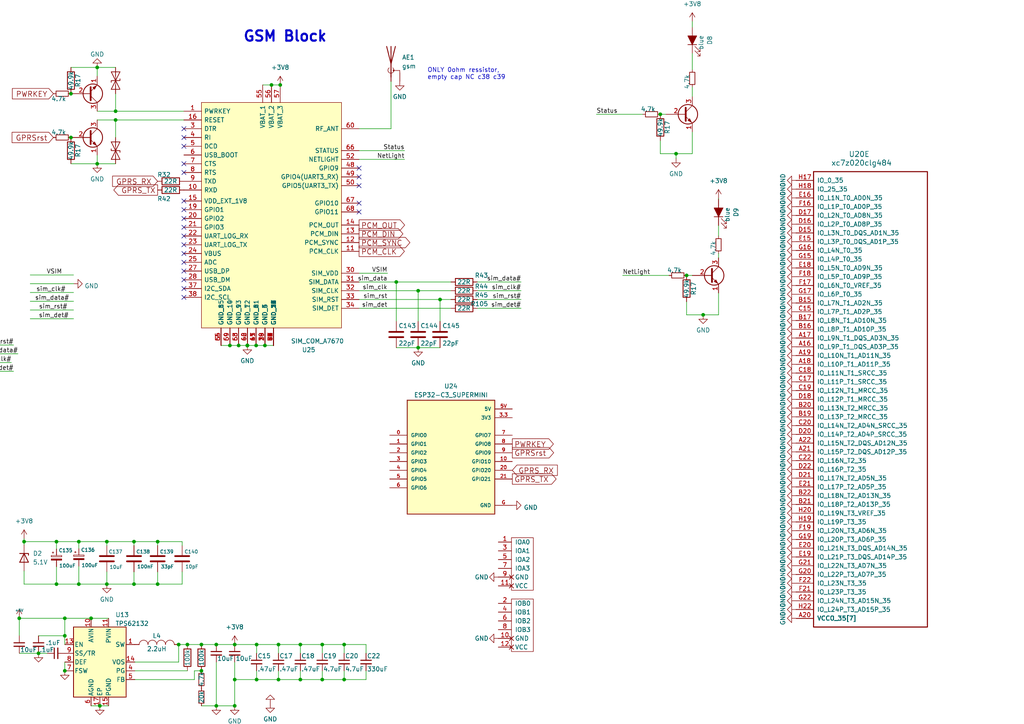
<source format=kicad_sch>
(kicad_sch (version 20230121) (generator eeschema)
  (paper "A4")
  (junction (at 74.295 100.203))
  (junction (at 93.472 186.944))
  (junction (at 93.472 197.104))
  (junction (at 16.383 169.418))
  (junction (at 6.985 157.099))
  (junction (at 5.588 179.324))
  (junction (at 38.862 169.418))
  (junction (at 74.422 197.104))
  (junction (at 196.088 44.577))
  (junction (at 18.796 184.404))
  (junction (at 45.72 157.099))
  (junction (at 68.072 197.104))
  (junction (at 18.796 194.564))
  (junction (at 74.422 186.944))
  (junction (at 87.122 186.944))
  (junction (at 121.285 100.838))
  (junction (at 99.822 197.104))
  (junction (at 26.416 179.324))
  (junction (at 20.574 27.178))
  (junction (at 71.7389 100.203))
  (junction (at 69.215 100.203))
  (junction (at 51.816 186.944))
  (junction (at 114.935 81.788))
  (junction (at 20.574 39.878))
  (junction (at 71.755 100.203))
  (junction (at 11.176 189.484))
  (junction (at 99.822 186.944))
  (junction (at 191.516 33.147))
  (junction (at 68.072 186.944))
  (junction (at 28.956 204.724))
  (junction (at 81.28 24.638))
  (junction (at 28.194 47.498))
  (junction (at 16.383 157.099))
  (junction (at 58.42 186.944))
  (junction (at 18.796 179.324))
  (junction (at 199.136 79.883))
  (junction (at 45.72 169.418))
  (junction (at 30.988 157.099))
  (junction (at 33.528 34.798))
  (junction (at 54.356 186.944))
  (junction (at 66.675 100.203))
  (junction (at 22.86 157.099))
  (junction (at 38.862 157.099))
  (junction (at 28.194 19.558))
  (junction (at 80.772 197.104))
  (junction (at 203.9419 91.313))
  (junction (at 76.835 100.203))
  (junction (at 22.86 169.418))
  (junction (at 33.528 32.258))
  (junction (at 121.285 84.328))
  (junction (at 127.635 86.868))
  (junction (at 62.738 204.724))
  (junction (at 78.74 24.638))
  (junction (at 68.072 204.724))
  (junction (at 87.122 197.104))
  (junction (at 80.772 186.944))
  (junction (at 62.738 186.944))
  (junction (at 30.988 169.418))
  (junction (at 58.42 194.564))
  (no_connect (at -25.273 100.076))
  (no_connect (at 104.14 53.848))
  (no_connect (at 53.34 58.293))
  (no_connect (at 104.14 48.768))
  (no_connect (at 53.34 37.338))
  (no_connect (at 53.34 81.153))
  (no_connect (at 104.14 58.928))
  (no_connect (at 53.34 65.913))
  (no_connect (at 53.34 63.373))
  (no_connect (at 53.34 78.613))
  (no_connect (at 53.34 68.453))
  (no_connect (at 53.34 70.993))
  (no_connect (at 53.34 76.073))
  (no_connect (at 53.34 60.833))
  (no_connect (at 53.34 83.693))
  (no_connect (at 104.14 61.468))
  (no_connect (at 53.34 42.418))
  (no_connect (at 53.34 86.233))
  (no_connect (at 104.14 51.308))
  (no_connect (at 53.34 50.038))
  (no_connect (at 53.34 39.878))
  (no_connect (at 53.34 73.533))
  (no_connect (at 53.34 47.498))
  (wire (pts (xy 104.14 86.868) (xy 127.635 86.868)))
  (wire (pts (xy 106.172 197.104) (xy 106.172 194.564)))
  (wire (pts (xy 99.822 197.104) (xy 106.172 197.104)))
  (wire (pts (xy 8.763 87.376) (xy 21.336 87.376)))
  (wire (pts (xy 76.2 24.638) (xy 78.74 24.638)))
  (wire (pts (xy 18.796 184.404) (xy 18.796 179.324)))
  (wire (pts (xy 51.816 192.024) (xy 51.816 186.944)))
  (wire (pts (xy 28.194 32.258) (xy 33.528 32.258)))
  (wire (pts (xy 199.136 91.313) (xy 203.9419 91.313)))
  (wire (pts (xy 39.116 192.024) (xy 51.816 192.024)))
  (wire (pts (xy 80.772 189.484) (xy 80.772 186.944)))
  (wire (pts (xy 28.194 44.958) (xy 28.194 47.498)))
  (wire (pts (xy 56.388 194.564) (xy 58.42 194.564)))
  (wire (pts (xy 114.935 81.788) (xy 114.935 93.218)))
  (wire (pts (xy 33.528 47.498) (xy 28.194 47.498)))
  (wire (pts (xy 191.516 44.577) (xy 196.088 44.577)))
  (wire (pts (xy 39.116 197.104) (xy 56.388 197.104)))
  (wire (pts (xy 52.832 165.862) (xy 52.832 169.418)))
  (wire (pts (xy 93.472 194.564) (xy 93.472 197.104)))
  (wire (pts (xy 68.072 197.104) (xy 68.072 204.724)))
  (wire (pts (xy 8.763 79.756) (xy 21.336 79.756)))
  (wire (pts (xy 68.072 197.104) (xy 74.422 197.104)))
  (wire (pts (xy 76.835 100.203) (xy 79.375 100.203)))
  (wire (pts (xy 199.136 87.503) (xy 199.136 91.313)))
  (wire (pts (xy 18.796 192.024) (xy 18.796 194.564)))
  (wire (pts (xy 16.383 157.099) (xy 16.383 159.258)))
  (wire (pts (xy 54.356 186.944) (xy 58.42 186.944)))
  (wire (pts (xy 8.763 84.836) (xy 21.336 84.836)))
  (wire (pts (xy 104.14 81.788) (xy 114.935 81.788)))
  (wire (pts (xy 87.122 189.484) (xy 87.122 186.944)))
  (wire (pts (xy -4.953 100.076) (xy 3.937 100.076)))
  (wire (pts (xy 30.988 157.099) (xy 38.862 157.099)))
  (wire (pts (xy 208.407 91.313) (xy 208.407 84.963)))
  (wire (pts (xy 68.072 186.944) (xy 74.422 186.944)))
  (wire (pts (xy 30.988 165.862) (xy 30.988 169.418)))
  (wire (pts (xy 121.285 100.838) (xy 127.635 100.838)))
  (wire (pts (xy 52.832 158.242) (xy 52.832 157.099)))
  (wire (pts (xy 38.862 165.862) (xy 38.862 169.418)))
  (wire (pts (xy 104.14 43.688) (xy 117.348 43.688)))
  (wire (pts (xy 208.407 65.405) (xy 208.407 68.453)))
  (wire (pts (xy 39.116 194.564) (xy 54.356 194.564)))
  (wire (pts (xy 87.122 186.944) (xy 93.472 186.944)))
  (wire (pts (xy 11.176 189.484) (xy 13.716 189.484)))
  (wire (pts (xy 28.194 47.498) (xy 20.574 47.498)))
  (wire (pts (xy -4.953 107.696) (xy 3.937 107.696)))
  (wire (pts (xy 138.43 86.868) (xy 151.13 86.868)))
  (wire (pts (xy 26.416 179.324) (xy 31.496 179.324)))
  (wire (pts (xy 33.528 32.258) (xy 53.34 32.258)))
  (wire (pts (xy 11.176 184.404) (xy 18.796 184.404)))
  (wire (pts (xy 104.14 89.408) (xy 130.81 89.408)))
  (wire (pts (xy 28.194 34.798) (xy 33.528 34.798)))
  (wire (pts (xy 8.763 82.296) (xy 21.336 82.296)))
  (wire (pts (xy 56.388 197.104) (xy 56.388 194.564)))
  (wire (pts (xy 74.422 186.944) (xy 74.422 189.484)))
  (wire (pts (xy 191.516 40.767) (xy 191.516 44.577)))
  (wire (pts (xy 208.407 73.533) (xy 208.407 74.803)))
  (wire (pts (xy 114.935 81.788) (xy 130.81 81.788)))
  (wire (pts (xy 74.422 194.564) (xy 74.422 197.104)))
  (wire (pts (xy 78.74 24.638) (xy 81.28 24.638)))
  (wire (pts (xy 38.862 157.099) (xy 38.862 158.242)))
  (wire (pts (xy 208.407 57.531) (xy 208.407 57.785)))
  (wire (pts (xy 28.194 22.098) (xy 28.194 19.558)))
  (wire (pts (xy 8.763 89.916) (xy 21.336 89.916)))
  (wire (pts (xy 200.787 25.273) (xy 200.787 28.067)))
  (wire (pts (xy 45.72 157.099) (xy 45.72 158.242)))
  (wire (pts (xy 172.974 33.147) (xy 186.436 33.147)))
  (wire (pts (xy 45.72 169.418) (xy 38.862 169.418)))
  (wire (pts (xy 6.985 156.21) (xy 6.985 157.099)))
  (wire (pts (xy 62.738 204.724) (xy 58.42 204.724)))
  (wire (pts (xy 33.528 27.178) (xy 33.528 32.258)))
  (wire (pts (xy 80.772 197.104) (xy 87.122 197.104)))
  (wire (pts (xy 22.86 157.099) (xy 30.988 157.099)))
  (wire (pts (xy 199.136 79.883) (xy 200.787 79.883)))
  (wire (pts (xy 138.43 89.408) (xy 151.13 89.408)))
  (wire (pts (xy 104.14 37.338) (xy 113.411 37.338)))
  (wire (pts (xy 114.935 100.838) (xy 121.285 100.838)))
  (wire (pts (xy 22.86 157.099) (xy 22.86 159.131)))
  (wire (pts (xy 74.295 100.203) (xy 76.835 100.203)))
  (wire (pts (xy 5.588 179.324) (xy 18.796 179.324)))
  (wire (pts (xy 5.588 189.484) (xy 11.176 189.484)))
  (wire (pts (xy 200.787 6.223) (xy 200.787 7.874)))
  (wire (pts (xy 8.763 92.456) (xy 21.336 92.456)))
  (wire (pts (xy 30.988 169.418) (xy 22.86 169.418)))
  (wire (pts (xy -4.953 105.156) (xy 3.302 105.156)))
  (wire (pts (xy 5.588 184.404) (xy 5.588 179.324)))
  (wire (pts (xy 71.755 100.203) (xy 74.295 100.203)))
  (wire (pts (xy 30.988 157.099) (xy 30.988 158.242)))
  (wire (pts (xy 203.9419 91.313) (xy 208.407 91.313)))
  (wire (pts (xy 121.285 84.328) (xy 130.81 84.328)))
  (wire (pts (xy 28.956 204.724) (xy 31.496 204.724)))
  (wire (pts (xy 191.516 33.147) (xy 193.167 33.147)))
  (wire (pts (xy 16.383 157.099) (xy 22.86 157.099)))
  (wire (pts (xy 127.635 86.868) (xy 130.81 86.868)))
  (wire (pts (xy 138.43 81.788) (xy 151.13 81.788)))
  (wire (pts (xy 121.285 84.328) (xy 121.285 93.218)))
  (wire (pts (xy 106.172 186.944) (xy 106.172 189.484)))
  (wire (pts (xy 71.7389 100.203) (xy 71.755 100.203)))
  (wire (pts (xy 26.416 204.724) (xy 28.956 204.724)))
  (wire (pts (xy 64.135 100.203) (xy 66.675 100.203)))
  (wire (pts (xy 74.422 197.104) (xy 80.772 197.104)))
  (wire (pts (xy 93.472 186.944) (xy 99.822 186.944)))
  (wire (pts (xy 93.472 189.484) (xy 93.472 186.944)))
  (wire (pts (xy 80.772 186.944) (xy 87.122 186.944)))
  (wire (pts (xy 62.738 192.024) (xy 62.738 204.724)))
  (wire (pts (xy 6.985 169.418) (xy 6.985 165.608)))
  (wire (pts (xy 138.43 84.328) (xy 151.13 84.328)))
  (wire (pts (xy 74.422 186.944) (xy 80.772 186.944)))
  (wire (pts (xy 104.14 79.248) (xy 112.395 79.248)))
  (wire (pts (xy 62.738 204.724) (xy 68.072 204.724)))
  (wire (pts (xy 62.738 186.944) (xy 68.072 186.944)))
  (wire (pts (xy 18.796 179.324) (xy 26.416 179.324)))
  (wire (pts (xy -4.953 102.616) (xy 5.207 102.616)))
  (wire (pts (xy 99.822 189.484) (xy 99.822 186.944)))
  (wire (pts (xy 93.472 197.104) (xy 99.822 197.104)))
  (wire (pts (xy 16.383 169.418) (xy 6.985 169.418)))
  (wire (pts (xy 18.796 186.944) (xy 18.796 184.404)))
  (wire (pts (xy 16.383 164.338) (xy 16.383 169.418)))
  (wire (pts (xy 99.822 186.944) (xy 106.172 186.944)))
  (wire (pts (xy 200.787 15.494) (xy 200.787 20.193)))
  (wire (pts (xy 113.411 23.622) (xy 113.411 37.338)))
  (wire (pts (xy 66.675 100.203) (xy 69.215 100.203)))
  (wire (pts (xy 80.772 194.564) (xy 80.772 197.104)))
  (wire (pts (xy 6.985 157.099) (xy 16.383 157.099)))
  (wire (pts (xy -32.258 102.616) (xy -25.273 102.616)))
  (wire (pts (xy 196.088 44.577) (xy 200.787 44.577)))
  (wire (pts (xy 104.14 84.328) (xy 121.285 84.328)))
  (wire (pts (xy 99.822 194.564) (xy 99.822 197.104)))
  (wire (pts (xy 6.985 157.099) (xy 6.985 157.988)))
  (wire (pts (xy 22.86 169.418) (xy 16.383 169.418)))
  (wire (pts (xy 52.832 169.418) (xy 45.72 169.418)))
  (wire (pts (xy 28.194 19.558) (xy 20.574 19.558)))
  (wire (pts (xy 38.862 169.418) (xy 30.988 169.418)))
  (wire (pts (xy 196.088 44.577) (xy 196.088 45.974)))
  (wire (pts (xy 104.14 46.228) (xy 117.348 46.228)))
  (wire (pts (xy 33.528 19.558) (xy 28.194 19.558)))
  (wire (pts (xy 33.528 39.878) (xy 33.528 34.798)))
  (wire (pts (xy 69.215 100.203) (xy 71.7389 100.203)))
  (wire (pts (xy 87.122 194.564) (xy 87.122 197.104)))
  (wire (pts (xy 180.594 79.883) (xy 194.056 79.883)))
  (wire (pts (xy 38.862 157.099) (xy 45.72 157.099)))
  (wire (pts (xy 87.122 197.104) (xy 93.472 197.104)))
  (wire (pts (xy 22.86 164.211) (xy 22.86 169.418)))
  (wire (pts (xy 127.635 86.868) (xy 127.635 93.218)))
  (wire (pts (xy 200.787 44.577) (xy 200.787 38.227)))
  (wire (pts (xy 45.72 157.099) (xy 52.832 157.099)))
  (wire (pts (xy 45.72 165.862) (xy 45.72 169.418)))
  (wire (pts (xy 68.072 192.024) (xy 68.072 197.104)))
  (wire (pts (xy 58.42 186.944) (xy 62.738 186.944)))
  (wire (pts (xy 33.528 34.798) (xy 53.34 34.798)))
  (wire (pts (xy 51.816 186.944) (xy 54.356 186.944)))
  (text "ONLY 0ohm ressistor,\nempty cap NC c38 c39" (at 123.952 23.241 0) (effects (font (size 1.27 1.27)) (justify left bottom)))
  (text "GSM Block" (at 70.358 12.446 0) (effects (font (size 3 3) (thickness 0.6) bold) (justify left bottom)))
  (label "Status" (at 172.974 33.147 0))
  (label "VSIM" (at 18.034 79.756 180))
  (label "NetLight" (at 117.348 46.228 180))
  (label "sim_det#" (at 3.937 107.696 180))
  (label "VSIM" (at -27.813 102.616 180))
  (label "sim_det#" (at 19.939 92.456 180))
  (label "sim_det#" (at 151.13 89.408 180))
  (label "sim_data#" (at 151.13 81.788 180))
  (label "sim_clk#" (at 151.13 84.328 180))
  (label "sim_rst#" (at 3.937 100.076 180))
  (label "sim_data" (at 112.395 81.788 180))
  (label "sim_rst#" (at 19.558 89.916 180))
  (label "Status" (at 117.348 43.688 180))
  (label "sim_clk#" (at 3.302 105.156 180))
  (label "VSIM" (at 112.395 79.248 180))
  (label "NetLight" (at 180.594 79.883 0))
  (label "sim_clk#" (at 19.05 84.836 180))
  (label "sim_clk" (at 112.395 84.328 180))
  (label "sim_data#" (at 20.066 87.376 180))
  (label "sim_rst" (at 112.395 86.868 180))
  (label "sim_rst#" (at 151.13 86.868 180))
  (label "sim_det" (at 112.395 89.408 180))
  (label "sim_data#" (at 5.207 102.616 180))
  (global_label "GPRS_TX" (shape output) (at 45.72 55.118 180) (effects (font (size 1.524 1.524))) (property "Intersheetrefs" "${INTERSHEET_REFS}" (effects hide)))
  (global_label "GPRSrst" (shape output) (at 148.59 131.318 0) (effects (font (size 1.524 1.524))) (property "Intersheetrefs" "${INTERSHEET_REFS}" (effects hide)))
  (global_label "PCM_OUT" (shape output) (at 104.14 65.278 0) (effects (font (size 1.524 1.524))) (property "Intersheetrefs" "${INTERSHEET_REFS}" (effects hide)))
  (global_label "GPRS_TX" (shape output) (at 148.59 138.938 0) (effects (font (size 1.524 1.524))) (property "Intersheetrefs" "${INTERSHEET_REFS}" (effects hide)))
  (global_label "GPRS_RX" (shape input) (at 45.72 52.578 180) (effects (font (size 1.524 1.524))) (property "Intersheetrefs" "${INTERSHEET_REFS}" (effects hide)))
  (global_label "GPRS_RX" (shape input) (at 148.59 136.398 0) (effects (font (size 1.524 1.524))) (property "Intersheetrefs" "${INTERSHEET_REFS}" (effects hide)))
  (global_label "PCM_DIN" (shape output) (at 104.14 67.818 0) (effects (font (size 1.524 1.524))) (property "Intersheetrefs" "${INTERSHEET_REFS}" (effects hide)))
  (global_label "PWRKEY" (shape input) (at 15.494 27.178 180) (effects (font (size 1.524 1.524))) (property "Intersheetrefs" "${INTERSHEET_REFS}" (effects hide)))
  (global_label "GPRSrst" (shape input) (at 15.494 39.878 180) (effects (font (size 1.524 1.524))) (property "Intersheetrefs" "${INTERSHEET_REFS}" (effects hide)))
  (global_label "PWRKEY" (shape output) (at 148.59 128.778 0) (effects (font (size 1.524 1.524))) (property "Intersheetrefs" "${INTERSHEET_REFS}" (effects hide)))
  (global_label "PCM_SYNC" (shape output) (at 104.14 70.358 0) (effects (font (size 1.524 1.524))) (property "Intersheetrefs" "${INTERSHEET_REFS}" (effects hide)))
  (global_label "PCM_CLK" (shape output) (at 104.14 72.898 0) (effects (font (size 1.524 1.524))) (property "Intersheetrefs" "${INTERSHEET_REFS}" (effects hide)))
  (symbol (lib_id "Device:R_Small") (at 200.787 22.733 180) (unit 1)
    (property "Reference" "R8" (effects hide))
    (property "Value" "4.7k" (at 199.2884 21.59 90) (effects (justify left)))
    (property "Footprint" "Resistor_SMD:R_0402_1005Metric" (effects hide))
    (property "MFR" "Yageo" (effects hide))
    (property "MPN" "RC0402JR-074K7L" (effects hide))
    (property "SPR" "Digikey" (effects hide))
    (property "SPN" "311-4.7KJRCT-ND" (effects hide))
    (property "SPURL" "-" (effects hide))
    (instances (project "DFTBoard" (path "" (reference "R8") (unit 1)) (path "" (reference "R?") (unit 1)) (path "" (reference "R111") (unit 1))))
  )
  (symbol (lib_id "Device:C_Small") (at 16.256 189.484 90) (unit 1)
    (property "Reference" "C16" (effects hide))
    (property "Value" ".1uF" (at 17.526 186.436 90) (effects (justify left)))
    (property "Footprint" "Capacitor_SMD:C_0402_1005Metric" (effects hide))
    (property "MFR" "Yageo" (effects hide))
    (property "MPN" "CC0402KRX7R6BB104" (effects hide))
    (property "SPR" "Digikey" (effects hide))
    (property "SPN" "311-1345-1-ND" (effects hide))
    (instances (project "DFTBoard" (path "" (reference "C16") (unit 1)) (path "" (reference "C88") (unit 1))))
  )
  (symbol (lib_id "power:GND") (at 230.886 179.324 270) (unit 1)
    (property "Reference" "#PWR0336" (effects hide))
    (property "Value" "GND" (at 227.076 179.324 0))
    (instances (project "DFTBoard" (path "" (reference "#PWR0336") (unit 1)) (path "" (reference "#PWR0368") (unit 1)) (path "" (reference "#PWR0294") (unit 1))))
  )
  (symbol (lib_id "power:GND") (at 230.886 171.704 270) (unit 1)
    (property "Reference" "#PWR0334" (effects hide))
    (property "Value" "GND" (at 227.076 171.704 0))
    (instances (project "DFTBoard" (path "" (reference "#PWR0334") (unit 1)) (path "" (reference "#PWR0366") (unit 1)) (path "" (reference "#PWR0293") (unit 1))))
  )
  (symbol (lib_id "Device:R") (at 191.516 36.957 0) (unit 1)
    (property "Reference" "R17" (at 193.548 36.957 90))
    (property "Value" "49.9k" (at 191.516 36.957 90))
    (property "Footprint" "Resistor_SMD:R_0402_1005Metric" (effects hide))
    (property "MFR" "Yageo" (effects hide))
    (property "MPN" "RC0402FR-0749K9L" (effects hide))
    (property "SPR" "Digikey" (effects hide))
    (property "SPN" "311-49.9KLRCT-ND" (effects hide))
    (instances (project "DFTBoard" (path "" (reference "R17") (unit 1)) (path "" (reference "R110") (unit 1))) (project "DFTBoard" (path "" (reference "R31") (unit 1))))
  )
  (symbol (lib_id "power:GND") (at 230.886 100.584 270) (unit 1)
    (property "Reference" "#PWR0306" (effects hide))
    (property "Value" "GND" (at 227.076 100.584 0))
    (instances (project "DFTBoard" (path "" (reference "#PWR0306") (unit 1)) (path "" (reference "#PWR0267") (unit 1)) (path "" (reference "#PWR0267") (unit 1))))
  )
  (symbol (lib_id "ph_lib:C0805") (at 30.988 162.052 0) (unit 1)
    (property "Reference" "C137" (at 31.496 160.02 0) (effects (font (size 1 1)) (justify left)))
    (property "Value" "10uF" (at 31.75 164.465 0) (effects (font (size 1 1)) (justify left)))
    (property "Footprint" "Capacitor_SMD:C_0805_2012Metric" (effects hide))
    (property "Desc" "Capacitor SMD Ceramic 0805" (effects hide))
    (property "Link" "http://www.dientuachau.com/ceramic-0805" (effects hide))
    (instances (project "DFTBoard" (path "" (reference "C137") (unit 1))) (project "ph_portable_refrigerator_v2_hw" (path "" (reference "C32") (unit 1)) (path "" (reference "C29") (unit 1))))
  )
  (symbol (lib_id "power:GND") (at 230.886 151.384 270) (unit 1)
    (property "Reference" "#PWR0326" (effects hide))
    (property "Value" "GND" (at 227.076 151.384 0))
    (instances (project "DFTBoard" (path "" (reference "#PWR0326") (unit 1)) (path "" (reference "#PWR0358") (unit 1)) (path "" (reference "#PWR0285") (unit 1))))
  )
  (symbol (lib_id "simcard:SIM7100-6-1-15-00-A_REVC") (at -15.113 102.616 0) (mirror y) (unit 1)
    (property "Reference" "J1" (at -15.113 93.726 0))
    (property "Value" "SIM7100-6-1-15-00-A_REVC" (at -15.113 96.266 0))
    (property "Footprint" "Y!:GCT_SIM7100-6-1-15-00-A_REVC" (effects hide))
    (property "STANDARD" "Manufacturer Recommendations" (effects hide))
    (property "MAXIMUM_PACKAGE_HEIGHT" "1.5mm" (effects hide))
    (property "MANUFACTURER" "Global Connector Technology" (effects hide))
    (property "PARTREV" "C" (effects hide))
    (instances (project "Module_NanoSIM" (path "" (reference "J1") (unit 1))) (project "DFTBoard" (path "" (reference "J4") (unit 1))) (project "ph_portable_refrigerator_display_hw_v2" (path "" (reference "J7") (unit 1)) (path "" (reference "J3") (unit 1))))
  )
  (symbol (lib_id "power:GND") (at 71.7389 100.203 0) (unit 1)
    (property "Reference" "#PWR02" (effects hide))
    (property "Value" "GND" (at 71.7389 104.648 0))
    (instances (project "Module_NanoSIM" (path "" (reference "#PWR02") (unit 1))) (project "DFTBoard" (path "" (reference "#PWR0302") (unit 1))) (project "ph_portable_refrigerator_display_hw_v2" (path "" (reference "#PWR019") (unit 1)) (path "" (reference "#PWR030") (unit 1))))
  )
  (symbol (lib_id "power:GND") (at 144.526 185.166 270) (mirror x) (unit 1)
    (property "Reference" "#PWR0128" (effects hide))
    (property "Value" "GND" (at 139.7 185.166 90))
    (instances (project "DFTBoard" (path "" (reference "#PWR0128") (unit 1)) (path "" (reference "#PWR0139") (unit 1))))
  )
  (symbol (lib_id "ph_lib:C0805") (at -32.258 106.426 0) (unit 1)
    (property "Reference" "C1" (at -29.083 105.1559 0) (effects (justify left)))
    (property "Value" "100nF" (at -29.083 107.6959 0) (effects (justify left)))
    (property "Footprint" "Capacitor_SMD:C_0805_2012Metric" (effects hide))
    (property "Desc" "Capacitor SMD Ceramic 0805" (effects hide))
    (property "Link" "http://www.dientuachau.com/ceramic-0805" (effects hide))
    (instances (project "Module_NanoSIM" (path "" (reference "C1") (unit 1))) (project "DFTBoard" (path "" (reference "C146") (unit 1))) (project "ph_portable_refrigerator_display_hw_v2" (path "" (reference "C6") (unit 1)) (path "" (reference "C15") (unit 1))))
  )
  (symbol (lib_id "power:GND") (at 230.886 141.224 270) (unit 1)
    (property "Reference" "#PWR0322" (effects hide))
    (property "Value" "GND" (at 227.076 141.224 0))
    (instances (project "DFTBoard" (path "" (reference "#PWR0322") (unit 1)) (path "" (reference "#PWR0283") (unit 1)) (path "" (reference "#PWR0281") (unit 1))))
  )
  (symbol (lib_name "Q_NPN_EBC_1") (lib_id "Device:Q_NPN_EBC") (at 37.084 39.878 0) (mirror y) (unit 1)
    (property "Reference" "Q11" (effects hide))
    (property "Value" "MMBTA14-7-F" (effects hide))
    (property "Footprint" "Package_TO_SOT_SMD:SOT-23-3" (effects hide))
    (instances (project "DFTBoard" (path "" (reference "Q11") (unit 1))) (project "iYoshi (SPhone)" (path "" (reference "Q8") (unit 1))) (project "SmolFlight" (path "" (reference "Q3") (unit 1))))
  )
  (symbol (lib_id "ph_lib:CP_Tatanlum_1206") (at 16.383 161.798 0) (unit 1)
    (property "Reference" "C135" (at 17.018 159.639 0) (effects (font (size 1 1)) (justify left)))
    (property "Value" "100uF" (at 17.145 164.084 0) (effects (font (size 1 1)) (justify left)))
    (property "Footprint" "Capacitor_Tantalum_SMD:CP_EIA-6032-15_Kemet-U" (effects hide))
    (property "Desc" "SMD Tantalum Capacitor" (effects hide))
    (property "Link" "http://www.tme.vn/Products.aspx?cateId=258" (effects hide))
    (instances (project "DFTBoard" (path "" (reference "C135") (unit 1))) (project "ph_portable_refrigerator_v2_hw" (path "" (reference "C31") (unit 1)) (path "" (reference "C47") (unit 1))))
  )
  (symbol (lib_id "power:GND") (at 78.3834 204.1205 0) (unit 1)
    (property "Reference" "#PWR0187" (effects hide))
    (property "Value" "GND" (at 78.3834 208.5655 0))
    (instances (project "DFTBoard" (path "" (reference "#PWR0187") (unit 1))) (project "ph_portable_refrigerator_v2_hw" (path "" (reference "#PWR068") (unit 1)) (path "" (reference "#PWR069") (unit 1))))
  )
  (symbol (lib_id "power:GND") (at 62.738 204.724 0) (unit 1)
    (property "Reference" "#PWR05" (effects hide))
    (property "Value" "GND" (effects hide))
    (instances (project "DFTBoard" (path "" (reference "#PWR05") (unit 1)) (path "" (reference "#PWR0315") (unit 1))))
  )
  (symbol (lib_id "power:GND") (at 230.886 54.864 270) (unit 1)
    (property "Reference" "#PWR0288" (effects hide))
    (property "Value" "GND" (at 227.076 54.864 0))
    (instances (project "DFTBoard" (path "" (reference "#PWR0288") (unit 1)) (path "" (reference "#PWR0145") (unit 1)) (path "" (reference "#PWR0145") (unit 1))))
  )
  (symbol (lib_id "power:GND") (at 230.886 70.104 270) (unit 1)
    (property "Reference" "#PWR0294" (effects hide))
    (property "Value" "GND" (at 227.076 70.104 0))
    (instances (project "DFTBoard" (path "" (reference "#PWR0294") (unit 1)) (path "" (reference "#PWR0238") (unit 1)) (path "" (reference "#PWR0238") (unit 1))))
  )
  (symbol (lib_id "power:GND") (at 230.886 72.644 270) (unit 1)
    (property "Reference" "#PWR0295" (effects hide))
    (property "Value" "GND" (at 227.076 72.644 0))
    (instances (project "DFTBoard" (path "" (reference "#PWR0295") (unit 1)) (path "" (reference "#PWR0242") (unit 1)) (path "" (reference "#PWR0242") (unit 1))))
  )
  (symbol (lib_id "power:GND") (at 144.526 167.386 270) (mirror x) (unit 1)
    (property "Reference" "#PWR0128" (effects hide))
    (property "Value" "GND" (at 139.7 167.386 90))
    (instances (project "DFTBoard" (path "" (reference "#PWR0128") (unit 1)) (path "" (reference "#PWR0140") (unit 1))))
  )
  (symbol (lib_id "ph_lib:C0805") (at 52.832 162.052 0) (unit 1)
    (property "Reference" "C140" (at 53.467 160.02 0) (effects (font (size 1 1)) (justify left)))
    (property "Value" "10pF" (at 53.721 164.338 0) (effects (font (size 1 1)) (justify left)))
    (property "Footprint" "Capacitor_SMD:C_0805_2012Metric" (effects hide))
    (property "Desc" "Capacitor SMD Ceramic 0805" (effects hide))
    (property "Link" "http://www.dientuachau.com/ceramic-0805" (effects hide))
    (instances (project "DFTBoard" (path "" (reference "C140") (unit 1))) (project "ph_portable_refrigerator_v2_hw" (path "" (reference "C32") (unit 1)) (path "" (reference "C48") (unit 1))))
  )
  (symbol (lib_id "power:GND") (at 230.886 118.364 270) (unit 1)
    (property "Reference" "#PWR0313" (effects hide))
    (property "Value" "GND" (at 227.076 118.364 0))
    (instances (project "DFTBoard" (path "" (reference "#PWR0313") (unit 1)) (path "" (reference "#PWR0274") (unit 1)) (path "" (reference "#PWR0274") (unit 1))))
  )
  (symbol (lib_id "DFTBoard-rescue:INDUCTOR_SMALL_P-") (at 45.466 186.944 0) (unit 1)
    (property "Reference" "L4" (at 45.466 184.404 0))
    (property "Value" "2.2uH" (at 45.466 188.214 0))
    (property "Footprint" "Capacitor_SMD:C_1812_4532Metric" (effects hide))
    (property "MFR" "Murata" (effects hide))
    (property "MPN" "LQH43PN2R2M26L" (effects hide))
    (property "SPR" "Digikey" (effects hide))
    (property "SPN" "490-12049-1-ND" (effects hide))
    (instances (project "DFTBoard" (path "" (reference "L4") (unit 1)) (path "" (reference "L6") (unit 1))))
  )
  (symbol (lib_id "power:GND") (at 230.886 95.504 270) (unit 1)
    (property "Reference" "#PWR0304" (effects hide))
    (property "Value" "GND" (at 227.076 95.504 0))
    (instances (project "DFTBoard" (path "" (reference "#PWR0304") (unit 1)) (path "" (reference "#PWR0265") (unit 1)) (path "" (reference "#PWR0265") (unit 1))))
  )
  (symbol (lib_id "power:GND") (at 18.796 194.564 0) (unit 1)
    (property "Reference" "#PWR05" (effects hide))
    (property "Value" "GND" (effects hide))
    (instances (project "DFTBoard" (path "" (reference "#PWR05") (unit 1)) (path "" (reference "#PWR0311") (unit 1))))
  )
  (symbol (lib_id "power:GND") (at 230.886 62.484 270) (unit 1)
    (property "Reference" "#PWR0291" (effects hide))
    (property "Value" "GND" (at 227.076 62.484 0))
    (instances (project "DFTBoard" (path "" (reference "#PWR0291") (unit 1)) (path "" (reference "#PWR0235") (unit 1)) (path "" (reference "#PWR0235") (unit 1))))
  )
  (symbol (lib_id "power:GND") (at 148.59 146.558 90) (unit 1)
    (property "Reference" "#PWR02" (effects hide))
    (property "Value" "GND" (at 151.892 147.193 90) (effects (justify right)))
    (instances (project "Module_NanoSIM" (path "" (reference "#PWR02") (unit 1))) (project "DFTBoard" (path "" (reference "#PWR0304") (unit 1))) (project "ph_portable_refrigerator_display_hw_v2" (path "" (reference "#PWR019") (unit 1)) (path "" (reference "#PWR030") (unit 1))))
  )
  (symbol (lib_id "Device:C_Small") (at 106.172 192.024 0) (unit 1)
    (property "Reference" "C22" (at 106.426 190.246 0) (effects (justify left)))
    (property "Value" "330uF" (at 106.426 194.056 0) (effects (justify left)))
    (property "Footprint" "Capacitor_SMD:C_1206_3216Metric" (effects hide))
    (property "MFR" "AVX Corporation" (effects hide))
    (property "MPN" "F950G337MAAAQ2" (effects hide))
    (property "SPR" "Digikey" (effects hide))
    (property "SPN" "478-8378-1-ND" (effects hide))
    (property "SPURL" "-" (effects hide))
    (instances (project "DFTBoard" (path "" (reference "C22") (unit 1)) (path "" (reference "C133") (unit 1))))
  )
  (symbol (lib_id "power:GND") (at 230.886 148.844 270) (unit 1)
    (property "Reference" "#PWR0325" (effects hide))
    (property "Value" "GND" (at 227.076 148.844 0))
    (instances (project "DFTBoard" (path "" (reference "#PWR0325") (unit 1)) (path "" (reference "#PWR0286") (unit 1)) (path "" (reference "#PWR0284") (unit 1))))
  )
  (symbol (lib_id "Device:R") (at 199.136 83.693 0) (unit 1)
    (property "Reference" "R17" (at 201.168 83.693 90))
    (property "Value" "49.9k" (at 199.136 83.693 90))
    (property "Footprint" "Resistor_SMD:R_0402_1005Metric" (effects hide))
    (property "MFR" "Yageo" (effects hide))
    (property "MPN" "RC0402FR-0749K9L" (effects hide))
    (property "SPR" "Digikey" (effects hide))
    (property "SPN" "311-49.9KLRCT-ND" (effects hide))
    (instances (project "DFTBoard" (path "" (reference "R17") (unit 1)) (path "" (reference "R108") (unit 1))) (project "DFTBoard" (path "" (reference "R31") (unit 1))))
  )
  (symbol (lib_id "Device:R") (at 20.574 43.688 0) (unit 1)
    (property "Reference" "R17" (at 22.606 43.688 90))
    (property "Value" "49.9k" (at 20.574 43.688 90))
    (property "Footprint" "Resistor_SMD:R_0402_1005Metric" (effects hide))
    (property "MFR" "Yageo" (effects hide))
    (property "MPN" "RC0402FR-0749K9L" (effects hide))
    (property "SPR" "Digikey" (effects hide))
    (property "SPN" "311-49.9KLRCT-ND" (effects hide))
    (instances (project "DFTBoard" (path "" (reference "R17") (unit 1)) (path "" (reference "R116") (unit 1))) (project "DFTBoard" (path "" (reference "R31") (unit 1))))
  )
  (symbol (lib_id "power:GND") (at 230.886 75.184 270) (unit 1)
    (property "Reference" "#PWR0296" (effects hide))
    (property "Value" "GND" (at 227.076 75.184 0))
    (instances (project "DFTBoard" (path "" (reference "#PWR0296") (unit 1)) (path "" (reference "#PWR0257") (unit 1)) (path "" (reference "#PWR0257") (unit 1))))
  )
  (symbol (lib_id "power:GND") (at 230.886 92.964 270) (unit 1)
    (property "Reference" "#PWR0303" (effects hide))
    (property "Value" "GND" (at 227.076 92.964 0))
    (instances (project "DFTBoard" (path "" (reference "#PWR0303") (unit 1)) (path "" (reference "#PWR0264") (unit 1)) (path "" (reference "#PWR0264") (unit 1))))
  )
  (symbol (lib_id "power:GND") (at 28.194 19.558 0) (mirror x) (unit 1)
    (property "Reference" "#PWR0299" (effects hide))
    (property "Value" "GND" (at 28.194 15.748 0))
    (instances (project "DFTBoard" (path "" (reference "#PWR0299") (unit 1))) (project "iYoshi (SPhone)" (path "" (reference "#PWR058") (unit 1))) (project "SmolFlight" (path "" (reference "#PWR038") (unit 1))))
  )
  (symbol (lib_id "ph_lib:LED0805") (at 208.407 61.595 90) (unit 1)
    (property "Reference" "D9" (at 213.487 61.595 0))
    (property "Value" "blue" (at 210.947 62.23 0))
    (property "Footprint" "LED_SMD:LED_0805_2012Metric" (effects hide))
    (property "Desc" "LED0805" (effects hide))
    (property "Link" "https://thegioiic.com/product/led-dan-smd-2012-0805" (effects hide))
    (instances (project "DFTBoard" (path "" (reference "D9") (unit 1))) (project "ph_portable_refrigerator_v2_hw" (path "" (reference "D7") (unit 1)) (path "" (reference "D6") (unit 1))))
  )
  (symbol (lib_id "power:GND") (at 78.3834 204.1205 180) (unit 1)
    (property "Reference" "#PWR05" (effects hide))
    (property "Value" "GND" (effects hide))
    (instances (project "DFTBoard" (path "" (reference "#PWR05") (unit 1)) (path "" (reference "#PWR0207") (unit 1))))
  )
  (symbol (lib_id "power:GND") (at 230.886 131.064 270) (unit 1)
    (property "Reference" "#PWR0318" (effects hide))
    (property "Value" "GND" (at 227.076 131.064 0))
    (instances (project "DFTBoard" (path "" (reference "#PWR0318") (unit 1)) (path "" (reference "#PWR0279") (unit 1)) (path "" (reference "#PWR0279") (unit 1))))
  )
  (symbol (lib_id "power:GND") (at -25.273 105.156 0) (unit 1)
    (property "Reference" "#PWR02" (effects hide))
    (property "Value" "GND" (at -25.273 109.601 0))
    (instances (project "Module_NanoSIM" (path "" (reference "#PWR02") (unit 1))) (project "DFTBoard" (path "" (reference "#PWR0328") (unit 1))) (project "ph_portable_refrigerator_display_hw_v2" (path "" (reference "#PWR019") (unit 1)) (path "" (reference "#PWR030") (unit 1))))
  )
  (symbol (lib_id "power:GND") (at 230.886 65.024 270) (unit 1)
    (property "Reference" "#PWR0292" (effects hide))
    (property "Value" "GND" (at 227.076 65.024 0))
    (instances (project "DFTBoard" (path "" (reference "#PWR0292") (unit 1)) (path "" (reference "#PWR0236") (unit 1)) (path "" (reference "#PWR0236") (unit 1))))
  )
  (symbol (lib_id "ph_lib:LED0805") (at 200.787 11.684 90) (unit 1)
    (property "Reference" "D8" (at 205.867 11.684 0))
    (property "Value" "blue" (at 203.327 12.319 0))
    (property "Footprint" "LED_SMD:LED_0805_2012Metric" (effects hide))
    (property "Desc" "LED0805" (effects hide))
    (property "Link" "https://thegioiic.com/product/led-dan-smd-2012-0805" (effects hide))
    (instances (project "DFTBoard" (path "" (reference "D8") (unit 1))) (project "ph_portable_refrigerator_v2_hw" (path "" (reference "D7") (unit 1)) (path "" (reference "D7") (unit 1))))
  )
  (symbol (lib_id "Device:C_Small") (at 11.176 186.944 0) (unit 1)
    (property "Reference" "C16" (effects hide))
    (property "Value" ".1uF" (at 11.43 188.468 0) (effects (justify left)))
    (property "Footprint" "Capacitor_SMD:C_0402_1005Metric" (effects hide))
    (property "MFR" "Yageo" (effects hide))
    (property "MPN" "CC0402KRX7R6BB104" (effects hide))
    (property "SPR" "Digikey" (effects hide))
    (property "SPN" "311-1345-1-ND" (effects hide))
    (instances (project "DFTBoard" (path "" (reference "C16") (unit 1)) (path "" (reference "C64") (unit 1))))
  )
  (symbol (lib_id "ph_lib:C0805") (at 121.285 97.028 0) (unit 1)
    (property "Reference" "C144" (at 121.92 94.488 0) (effects (justify left)))
    (property "Value" "22pF" (at 121.92 99.568 0) (effects (justify left)))
    (property "Footprint" "Resistor_SMD:R_0805_2012Metric" (effects hide))
    (property "Desc" "Capacitor SMD Ceramic 0805" (effects hide))
    (property "Link" "http://www.dientuachau.com/ceramic-0805" (effects hide))
    (instances (project "DFTBoard" (path "" (reference "C144") (unit 1))) (project "ph_portable_refrigerator_v2_hw" (path "" (reference "C36") (unit 1)) (path "" (reference "C33") (unit 1))))
  )
  (symbol (lib_id "Device:C_Small") (at 99.822 192.024 0) (unit 1)
    (property "Reference" "C20" (at 100.076 190.246 0) (effects (justify left)))
    (property "Value" "4.7uF" (at 100.076 194.056 0) (effects (justify left)))
    (property "Footprint" "Capacitor_SMD:C_0402_1005Metric" (effects hide))
    (property "MFR" "Murata" (effects hide))
    (property "MPN" "GRM155R60G475ME47D" (effects hide))
    (property "SPR" "Digikey" (effects hide))
    (property "SPN" "490-11980-1-ND" (effects hide))
    (instances (project "DFTBoard" (path "" (reference "C20") (unit 1)) (path "" (reference "C132") (unit 1))))
  )
  (symbol (lib_name "Q_NPN_EBC_1") (lib_id "Device:Q_NPN_EBC") (at 37.084 27.178 180) (unit 1)
    (property "Reference" "Q2" (effects hide))
    (property "Value" "MMBTA14-7-F" (effects hide))
    (property "Footprint" "Package_TO_SOT_SMD:SOT-23-3" (effects hide))
    (instances (project "DFTBoard" (path "" (reference "Q2") (unit 1))) (project "iYoshi (SPhone)" (path "" (reference "Q8") (unit 1))) (project "SmolFlight" (path "" (reference "Q3") (unit 1))))
  )
  (symbol (lib_id "power:GND") (at 196.088 45.974 0) (unit 1)
    (property "Reference" "#PWR02" (effects hide))
    (property "Value" "GND" (at 196.088 50.419 0))
    (instances (project "Module_NanoSIM" (path "" (reference "#PWR02") (unit 1))) (project "DFTBoard" (path "" (reference "#PWR0306") (unit 1))) (project "ph_portable_refrigerator_display_hw_v2" (path "" (reference "#PWR019") (unit 1)) (path "" (reference "#PWR030") (unit 1))))
  )
  (symbol (lib_id "ph_lib:C0805") (at 45.72 162.052 0) (unit 1)
    (property "Reference" "C139" (at 46.355 160.02 0) (effects (font (size 1 1)) (justify left)))
    (property "Value" "33pF" (at 46.609 164.338 0) (effects (font (size 1 1)) (justify left)))
    (property "Footprint" "Capacitor_SMD:C_0805_2012Metric" (effects hide))
    (property "Desc" "Capacitor SMD Ceramic 0805" (effects hide))
    (property "Link" "http://www.dientuachau.com/ceramic-0805" (effects hide))
    (instances (project "DFTBoard" (path "" (reference "C139") (unit 1))) (project "ph_portable_refrigerator_v2_hw" (path "" (reference "C32") (unit 1)) (path "" (reference "C46") (unit 1))))
  )
  (symbol (lib_id "power:GND") (at 230.886 169.164 270) (unit 1)
    (property "Reference" "#PWR0329" (effects hide))
    (property "Value" "GND" (at 227.076 169.164 0))
    (instances (project "DFTBoard" (path "" (reference "#PWR0329") (unit 1)) (path "" (reference "#PWR0361") (unit 1)) (path "" (reference "#PWR0325") (unit 1))))
  )
  (symbol (lib_id "Diode:ESD9B5.0ST5G") (at 33.528 43.688 90) (unit 1)
    (property "Reference" "D11" (effects hide))
    (property "Value" "ESD9B5.0ST5G" (effects hide))
    (property "Footprint" "Diode_SMD:D_SOD-923" (effects hide))
    (property "Datasheet" "https://www.onsemi.com/pub/Collateral/ESD9B-D.PDF" (effects hide))
  )
  (symbol (lib_id "ph_lib:C0805") (at 127.635 97.028 0) (unit 1)
    (property "Reference" "C145" (at 128.27 94.488 0) (effects (justify left)))
    (property "Value" "22pF" (at 128.27 99.568 0) (effects (justify left)))
    (property "Footprint" "Resistor_SMD:R_0805_2012Metric" (effects hide))
    (property "Desc" "Capacitor SMD Ceramic 0805" (effects hide))
    (property "Link" "http://www.dientuachau.com/ceramic-0805" (effects hide))
    (instances (project "DFTBoard" (path "" (reference "C145") (unit 1))) (project "ph_portable_refrigerator_v2_hw" (path "" (reference "C37") (unit 1)) (path "" (reference "C34") (unit 1))))
  )
  (symbol (lib_id "power:GND") (at 230.886 159.004 270) (unit 1)
    (property "Reference" "#PWR0329" (effects hide))
    (property "Value" "GND" (at 227.076 159.004 0))
    (instances (project "DFTBoard" (path "" (reference "#PWR0329") (unit 1)) (path "" (reference "#PWR0361") (unit 1)) (path "" (reference "#PWR0288") (unit 1))))
  )
  (symbol (lib_id "xilinx7:xc7z020clg484") (at 230.886 52.324 0) (unit 5)
    (property "Reference" "U20" (at 246.126 44.704 0) (effects (font (size 1.524 1.524)) (justify left)))
    (property "Value" "xc7z020clg484" (at 241.046 47.244 0) (effects (font (size 1.524 1.524)) (justify left)))
    (property "Footprint" "DFTcustom:BGA-484_19.0x19.0mm_Layout22x22_P0.80mm_dia0.40mm" (effects hide))
    (property "MFR" "Xilinx" (effects hide))
    (property "MPN" "XC7Z020-1CLG484C" (effects hide))
    (property "SPR" "Digikey" (effects hide))
    (property "SPN" "122-1850-ND" (effects hide))
    (property "SPURL" "-" (effects hide))
  )
  (symbol (lib_id "ph_lib:R0805") (at 134.62 89.408 90) (unit 1)
    (property "Reference" "R105" (at 141.605 88.138 90) (effects (justify left)))
    (property "Value" "22R" (at 136.525 89.408 90) (effects (justify left)))
    (property "Footprint" "Resistor_SMD:R_0805_2012Metric" (effects hide))
    (property "Desc" "Resistor SMD 0805" (effects hide))
    (property "Link" "http://www.dientuachau.com/res-1-0805" (effects hide))
    (instances (project "DFTBoard" (path "" (reference "R105") (unit 1))) (project "ph_portable_refrigerator_v2_hw" (path "" (reference "R44") (unit 1)) (path "" (reference "R43") (unit 1))))
  )
  (symbol (lib_name "Q_NPN_EBC_1") (lib_id "Device:Q_NPN_EBC") (at 217.297 79.883 0) (mirror y) (unit 1)
    (property "Reference" "Q6" (effects hide))
    (property "Value" "MMBTA14-7-F" (effects hide))
    (property "Footprint" "Package_TO_SOT_SMD:SOT-23-3" (effects hide))
    (instances (project "DFTBoard" (path "" (reference "Q6") (unit 1))) (project "iYoshi (SPhone)" (path "" (reference "Q8") (unit 1))) (project "SmolFlight" (path "" (reference "Q3") (unit 1))))
  )
  (symbol (lib_id "power:GND") (at 230.886 67.564 270) (unit 1)
    (property "Reference" "#PWR0293" (effects hide))
    (property "Value" "GND" (at 227.076 67.564 0))
    (instances (project "DFTBoard" (path "" (reference "#PWR0293") (unit 1)) (path "" (reference "#PWR0237") (unit 1)) (path "" (reference "#PWR0237") (unit 1))))
  )
  (symbol (lib_id "power:GND") (at 230.886 133.604 270) (unit 1)
    (property "Reference" "#PWR0317" (effects hide))
    (property "Value" "GND" (at 227.076 133.604 0))
    (instances (project "DFTBoard" (path "" (reference "#PWR0317") (unit 1)) (path "" (reference "#PWR0278") (unit 1)) (path "" (reference "#PWR0301") (unit 1))))
  )
  (symbol (lib_id "power:GND") (at 230.886 82.804 270) (unit 1)
    (property "Reference" "#PWR0299" (effects hide))
    (property "Value" "GND" (at 227.076 82.804 0))
    (instances (project "DFTBoard" (path "" (reference "#PWR0299") (unit 1)) (path "" (reference "#PWR0260") (unit 1)) (path "" (reference "#PWR0260") (unit 1))))
  )
  (symbol (lib_id "ph_lib:C0805") (at 38.862 162.052 0) (unit 1)
    (property "Reference" "C138" (at 39.497 160.02 0) (effects (font (size 1 1)) (justify left)))
    (property "Value" "100nF" (at 39.751 164.338 0) (effects (font (size 1 1)) (justify left)))
    (property "Footprint" "Capacitor_SMD:C_0805_2012Metric" (effects hide))
    (property "Desc" "Capacitor SMD Ceramic 0805" (effects hide))
    (property "Link" "http://www.dientuachau.com/ceramic-0805" (effects hide))
    (instances (project "DFTBoard" (path "" (reference "C138") (unit 1))) (project "ph_portable_refrigerator_v2_hw" (path "" (reference "C32") (unit 1)) (path "" (reference "C45") (unit 1))))
  )
  (symbol (lib_id "power:GND") (at 230.886 136.144 270) (unit 1)
    (property "Reference" "#PWR0318" (effects hide))
    (property "Value" "GND" (at 227.076 136.144 0))
    (instances (project "DFTBoard" (path "" (reference "#PWR0318") (unit 1)) (path "" (reference "#PWR0279") (unit 1)) (path "" (reference "#PWR0323") (unit 1))))
  )
  (symbol (lib_id "power:GND") (at 230.886 52.324 270) (unit 1)
    (property "Reference" "#PWR0287" (effects hide))
    (property "Value" "GND" (at 227.076 52.324 0))
    (instances (project "DFTBoard" (path "" (reference "#PWR0287") (unit 1)) (path "" (reference "#PWR0142") (unit 1)) (path "" (reference "#PWR0142") (unit 1))))
  )
  (symbol (lib_id "power:GND") (at 230.886 105.664 270) (unit 1)
    (property "Reference" "#PWR0308" (effects hide))
    (property "Value" "GND" (at 227.076 105.664 0))
    (instances (project "DFTBoard" (path "" (reference "#PWR0308") (unit 1)) (path "" (reference "#PWR0269") (unit 1)) (path "" (reference "#PWR0269") (unit 1))))
  )
  (symbol (lib_id "Device:R_Small") (at 18.034 39.878 90) (unit 1)
    (property "Reference" "R8" (effects hide))
    (property "Value" "4.7k" (at 19.177 38.3794 90) (effects (justify left)))
    (property "Footprint" "Resistor_SMD:R_0402_1005Metric" (effects hide))
    (property "MFR" "Yageo" (effects hide))
    (property "MPN" "RC0402JR-074K7L" (effects hide))
    (property "SPR" "Digikey" (effects hide))
    (property "SPN" "311-4.7KJRCT-ND" (effects hide))
    (property "SPURL" "-" (effects hide))
    (instances (project "DFTBoard" (path "" (reference "R8") (unit 1)) (path "" (reference "R?") (unit 1)) (path "" (reference "R114") (unit 1))))
  )
  (symbol (lib_id "power:GND") (at 230.886 166.624 270) (unit 1)
    (property "Reference" "#PWR0332" (effects hide))
    (property "Value" "GND" (at 227.076 166.624 0))
    (instances (project "DFTBoard" (path "" (reference "#PWR0332") (unit 1)) (path "" (reference "#PWR0364") (unit 1)) (path "" (reference "#PWR0291") (unit 1))))
  )
  (symbol (lib_id "Device:C_Small") (at 5.588 186.944 0) (unit 1)
    (property "Reference" "C3" (effects hide))
    (property "Value" "10uF" (at 5.842 188.468 0) (effects (justify left)))
    (property "Footprint" "Capacitor_SMD:C_0603_1608Metric" (effects hide))
    (property "MFR" "Murata" (effects hide))
    (property "MPN" "GRM188R61A106KE69J" (effects hide))
    (property "SPR" "Digikey" (effects hide))
    (property "SPN" "490-14372-1-ND" (effects hide))
    (instances (project "DFTBoard" (path "" (reference "C3") (unit 1)) (path "" (reference "C63") (unit 1))))
  )
  (symbol (lib_id "power:GND") (at 230.886 59.944 270) (unit 1)
    (property "Reference" "#PWR0290" (effects hide))
    (property "Value" "GND" (at 227.076 59.944 0))
    (instances (project "DFTBoard" (path "" (reference "#PWR0290") (unit 1)) (path "" (reference "#PWR0148") (unit 1)) (path "" (reference "#PWR0148") (unit 1))))
  )
  (symbol (lib_id "Device:R_Small") (at 208.407 70.993 180) (unit 1)
    (property "Reference" "R8" (effects hide))
    (property "Value" "4.7k" (at 206.9084 69.85 90) (effects (justify left)))
    (property "Footprint" "Resistor_SMD:R_0402_1005Metric" (effects hide))
    (property "MFR" "Yageo" (effects hide))
    (property "MPN" "RC0402JR-074K7L" (effects hide))
    (property "SPR" "Digikey" (effects hide))
    (property "SPN" "311-4.7KJRCT-ND" (effects hide))
    (property "SPURL" "-" (effects hide))
    (instances (project "DFTBoard" (path "" (reference "R8") (unit 1)) (path "" (reference "R?") (unit 1)) (path "" (reference "R112") (unit 1))))
  )
  (symbol (lib_id "power:GND") (at 230.886 143.764 270) (unit 1)
    (property "Reference" "#PWR0323" (effects hide))
    (property "Value" "GND" (at 227.076 143.764 0))
    (instances (project "DFTBoard" (path "" (reference "#PWR0323") (unit 1)) (path "" (reference "#PWR0284") (unit 1)) (path "" (reference "#PWR0282") (unit 1))))
  )
  (symbol (lib_id "power:GND") (at 121.285 100.838 0) (unit 1)
    (property "Reference" "#PWR02" (effects hide))
    (property "Value" "GND" (at 121.285 105.283 0))
    (instances (project "Module_NanoSIM" (path "" (reference "#PWR02") (unit 1))) (project "DFTBoard" (path "" (reference "#PWR0298") (unit 1))) (project "ph_portable_refrigerator_display_hw_v2" (path "" (reference "#PWR019") (unit 1)) (path "" (reference "#PWR030") (unit 1))))
  )
  (symbol (lib_id "power:GND") (at 115.951 23.622 0) (unit 1)
    (property "Reference" "#PWR02" (effects hide))
    (property "Value" "GND" (at 115.951 28.067 0))
    (instances (project "Module_NanoSIM" (path "" (reference "#PWR02") (unit 1))) (project "DFTBoard" (path "" (reference "#PWR0296") (unit 1))) (project "ph_portable_refrigerator_display_hw_v2" (path "" (reference "#PWR019") (unit 1)) (path "" (reference "#PWR030") (unit 1))))
  )
  (symbol (lib_id "power:GND") (at 230.886 138.684 270) (unit 1)
    (property "Reference" "#PWR0321" (effects hide))
    (property "Value" "GND" (at 227.076 138.684 0))
    (instances (project "DFTBoard" (path "" (reference "#PWR0321") (unit 1)) (path "" (reference "#PWR0282") (unit 1)) (path "" (reference "#PWR0280") (unit 1))))
  )
  (symbol (lib_id "ph_lib:R0805") (at 49.53 55.118 90) (unit 1)
    (property "Reference" "R42" (at 49.53 57.658 90) (effects (justify left)))
    (property "Value" "22R" (at 51.435 55.118 90) (effects (justify left)))
    (property "Footprint" "Resistor_SMD:R_0805_2012Metric" (effects hide))
    (property "Desc" "Resistor SMD 0805" (effects hide))
    (property "Link" "http://www.dientuachau.com/res-1-0805" (effects hide))
    (instances (project "DFTBoard" (path "" (reference "R42") (unit 1))) (project "ph_portable_refrigerator_v2_hw" (path "" (reference "R33") (unit 1)) (path "" (reference "R33") (unit 1))))
  )
  (symbol (lib_id "power:GND") (at 230.886 146.304 270) (unit 1)
    (property "Reference" "#PWR0324" (effects hide))
    (property "Value" "GND" (at 227.076 146.304 0))
    (instances (project "DFTBoard" (path "" (reference "#PWR0324") (unit 1)) (path "" (reference "#PWR0285") (unit 1)) (path "" (reference "#PWR0283") (unit 1))))
  )
  (symbol (lib_id "power:GND") (at 230.886 120.904 270) (unit 1)
    (property "Reference" "#PWR0314" (effects hide))
    (property "Value" "GND" (at 227.076 120.904 0))
    (instances (project "DFTBoard" (path "" (reference "#PWR0314") (unit 1)) (path "" (reference "#PWR0275") (unit 1)) (path "" (reference "#PWR0275") (unit 1))))
  )
  (symbol (lib_id "power:GND") (at 230.886 125.984 270) (unit 1)
    (property "Reference" "#PWR0316" (effects hide))
    (property "Value" "GND" (at 227.076 125.984 0))
    (instances (project "DFTBoard" (path "" (reference "#PWR0316") (unit 1)) (path "" (reference "#PWR0277") (unit 1)) (path "" (reference "#PWR0277") (unit 1))))
  )
  (symbol (lib_id "power:GND") (at -32.258 110.236 0) (unit 1)
    (property "Reference" "#PWR01" (effects hide))
    (property "Value" "GND" (at -32.258 114.681 0))
    (instances (project "Module_NanoSIM" (path "" (reference "#PWR01") (unit 1))) (project "DFTBoard" (path "" (reference "#PWR0327") (unit 1))) (project "ph_portable_refrigerator_display_hw_v2" (path "" (reference "#PWR04") (unit 1)) (path "" (reference "#PWR08") (unit 1))))
  )
  (symbol (lib_id "power:+3V8") (at 200.787 6.223 0) (unit 1)
    (property "Reference" "#PWR0320" (effects hide))
    (property "Value" "+3V8" (at 200.787 1.143 0))
    (instances (project "DFTBoard" (path "" (reference "#PWR0320") (unit 1))) (project "ph_portable_refrigerator_v2_hw" (path "" (reference "#PWR069") (unit 1)) (path "" (reference "#PWR0118") (unit 1))))
  )
  (symbol (lib_id "power:GND") (at 230.886 103.124 270) (unit 1)
    (property "Reference" "#PWR0307" (effects hide))
    (property "Value" "GND" (at 227.076 103.124 0))
    (instances (project "DFTBoard" (path "" (reference "#PWR0307") (unit 1)) (path "" (reference "#PWR0268") (unit 1)) (path "" (reference "#PWR0268") (unit 1))))
  )
  (symbol (lib_id "Device:R_Small") (at 196.596 79.883 90) (unit 1)
    (property "Reference" "R8" (effects hide))
    (property "Value" "4.7k" (at 197.739 78.3844 90) (effects (justify left)))
    (property "Footprint" "Resistor_SMD:R_0402_1005Metric" (effects hide))
    (property "MFR" "Yageo" (effects hide))
    (property "MPN" "RC0402JR-074K7L" (effects hide))
    (property "SPR" "Digikey" (effects hide))
    (property "SPN" "311-4.7KJRCT-ND" (effects hide))
    (property "SPURL" "-" (effects hide))
    (instances (project "DFTBoard" (path "" (reference "R8") (unit 1)) (path "" (reference "R?") (unit 1)) (path "" (reference "R107") (unit 1))))
  )
  (symbol (lib_id "Device:R") (at 58.42 190.754 180) (unit 1)
    (property "Reference" "R5" (effects hide))
    (property "Value" "100k" (at 58.42 190.754 90))
    (property "Footprint" "Resistor_SMD:R_0402_1005Metric" (effects hide))
    (property "MFR" "Yageo" (effects hide))
    (property "MPN" "RC0402FR-07100KL" (effects hide))
    (property "SPR" "Digikey" (effects hide))
    (property "SPN" "311-100KLRTR-ND" (effects hide))
    (instances (project "DFTBoard" (path "" (reference "R5") (unit 1)) (path "" (reference "R?") (unit 1)) (path "" (reference "R27") (unit 1))))
  )
  (symbol (lib_id "power:GND") (at 230.886 176.784 270) (unit 1)
    (property "Reference" "#PWR0336" (effects hide))
    (property "Value" "GND" (at 227.076 176.784 0))
    (instances (project "DFTBoard" (path "" (reference "#PWR0336") (unit 1)) (path "" (reference "#PWR0368") (unit 1)) (path "" (reference "#PWR0295") (unit 1))))
  )
  (symbol (lib_id "power:GND") (at 230.886 113.284 270) (unit 1)
    (property "Reference" "#PWR0311" (effects hide))
    (property "Value" "GND" (at 227.076 113.284 0))
    (instances (project "DFTBoard" (path "" (reference "#PWR0311") (unit 1)) (path "" (reference "#PWR0272") (unit 1)) (path "" (reference "#PWR0272") (unit 1))))
  )
  (symbol (lib_id "power:GND") (at 230.886 156.464 270) (unit 1)
    (property "Reference" "#PWR0328" (effects hide))
    (property "Value" "GND" (at 227.076 156.464 0))
    (instances (project "DFTBoard" (path "" (reference "#PWR0328") (unit 1)) (path "" (reference "#PWR0360") (unit 1)) (path "" (reference "#PWR0287") (unit 1))))
  )
  (symbol (lib_id "ph_lib:R0805") (at 49.53 52.578 90) (unit 1)
    (property "Reference" "R32" (at 49.53 50.673 90) (effects (justify left)))
    (property "Value" "22R" (at 51.435 52.578 90) (effects (justify left)))
    (property "Footprint" "Resistor_SMD:R_0805_2012Metric" (effects hide))
    (property "Desc" "Resistor SMD 0805" (effects hide))
    (property "Link" "http://www.dientuachau.com/res-1-0805" (effects hide))
    (instances (project "DFTBoard" (path "" (reference "R32") (unit 1))) (project "ph_portable_refrigerator_v2_hw" (path "" (reference "R29") (unit 1)) (path "" (reference "R29") (unit 1))))
  )
  (symbol (lib_id "pmod:PMOD-Host-x2-GPIO") (at 148.336 171.196 0) (unit 1)
    (property "Reference" "PMOD1" (effects hide))
    (property "Value" "PMOD-Host-x2-GPIO" (effects hide))
    (property "Footprint" "Connector_PinSocket_2.54mm:PinSocket_2x06_P2.54mm_Horizontal" (effects hide))
  )
  (symbol (lib_id "power:GND") (at 230.886 98.044 270) (unit 1)
    (property "Reference" "#PWR0305" (effects hide))
    (property "Value" "GND" (at 227.076 98.044 0))
    (instances (project "DFTBoard" (path "" (reference "#PWR0305") (unit 1)) (path "" (reference "#PWR0266") (unit 1)) (path "" (reference "#PWR0266") (unit 1))))
  )
  (symbol (lib_id "Device:R_Small") (at 58.42 202.184 0) (unit 1)
    (property "Reference" "R91" (effects hide))
    (property "Value" "20k" (at 58.42 202.184 90))
    (property "Footprint" "Resistor_SMD:R_0402_1005Metric" (effects hide))
    (property "MFR" "Yageo" (effects hide))
    (property "MPN" "RT0402BRD0720KL" (effects hide))
    (property "SPR" "Digikey" (effects hide))
    (property "SPN" "YAG1388CT-ND" (effects hide))
    (property "SPURL" "-" (effects hide))
    (instances (project "DFTBoard" (path "" (reference "R91") (unit 1)) (path "" (reference "R?") (unit 1)) (path "" (reference "R23") (unit 1))))
  )
  (symbol (lib_id "power:GND") (at 230.886 153.924 270) (unit 1)
    (property "Reference" "#PWR0327" (effects hide))
    (property "Value" "GND" (at 227.076 153.924 0))
    (instances (project "DFTBoard" (path "" (reference "#PWR0327") (unit 1)) (path "" (reference "#PWR0359") (unit 1)) (path "" (reference "#PWR0286") (unit 1))))
  )
  (symbol (lib_id "power:GND") (at 230.886 108.204 270) (unit 1)
    (property "Reference" "#PWR0309" (effects hide))
    (property "Value" "GND" (at 227.076 108.204 0))
    (instances (project "DFTBoard" (path "" (reference "#PWR0309") (unit 1)) (path "" (reference "#PWR0270") (unit 1)) (path "" (reference "#PWR0270") (unit 1))))
  )
  (symbol (lib_id "Device:R_Small") (at 18.034 27.178 90) (mirror x) (unit 1)
    (property "Reference" "R8" (effects hide))
    (property "Value" "4.7k" (at 19.177 28.6766 90) (effects (justify left)))
    (property "Footprint" "Resistor_SMD:R_0402_1005Metric" (effects hide))
    (property "MFR" "Yageo" (effects hide))
    (property "MPN" "RC0402JR-074K7L" (effects hide))
    (property "SPR" "Digikey" (effects hide))
    (property "SPN" "311-4.7KJRCT-ND" (effects hide))
    (property "SPURL" "-" (effects hide))
    (instances (project "DFTBoard" (path "" (reference "R8") (unit 1)) (path "" (reference "R?") (unit 1)) (path "" (reference "R28") (unit 1))))
  )
  (symbol (lib_id "power:GND") (at 28.194 47.498 0) (unit 1)
    (property "Reference" "#PWR02" (effects hide))
    (property "Value" "GND" (at 28.194 51.943 0))
    (instances (project "Module_NanoSIM" (path "" (reference "#PWR02") (unit 1))) (project "DFTBoard" (path "" (reference "#PWR0297") (unit 1))) (project "ph_portable_refrigerator_display_hw_v2" (path "" (reference "#PWR019") (unit 1)) (path "" (reference "#PWR030") (unit 1))))
  )
  (symbol (lib_id "Device:C_Small") (at 62.738 189.484 0) (unit 1)
    (property "Reference" "C3" (effects hide))
    (property "Value" "10uF" (at 62.992 191.008 0) (effects (justify left)))
    (property "Footprint" "Capacitor_SMD:C_0603_1608Metric" (effects hide))
    (property "MFR" "Murata" (effects hide))
    (property "MPN" "GRM188R61A106KE69J" (effects hide))
    (property "SPR" "Digikey" (effects hide))
    (property "SPN" "490-14372-1-ND" (effects hide))
    (instances (project "DFTBoard" (path "" (reference "C3") (unit 1)) (path "" (reference "C89") (unit 1))))
  )
  (symbol (lib_id "power:GND") (at 230.886 90.424 270) (unit 1)
    (property "Reference" "#PWR0302" (effects hide))
    (property "Value" "GND" (at 227.076 90.424 0))
    (instances (project "DFTBoard" (path "" (reference "#PWR0302") (unit 1)) (path "" (reference "#PWR0263") (unit 1)) (path "" (reference "#PWR0263") (unit 1))))
  )
  (symbol (lib_id "power:GND") (at 230.886 57.404 270) (unit 1)
    (property "Reference" "#PWR0289" (effects hide))
    (property "Value" "GND" (at 227.076 57.404 0))
    (instances (project "DFTBoard" (path "" (reference "#PWR0289") (unit 1)) (path "" (reference "#PWR0147") (unit 1)) (path "" (reference "#PWR0147") (unit 1))))
  )
  (symbol (lib_id "ph_lib:C0805") (at 114.935 97.028 0) (unit 1)
    (property "Reference" "C143" (at 115.57 94.488 0) (effects (justify left)))
    (property "Value" "22pF" (at 115.57 99.568 0) (effects (justify left)))
    (property "Footprint" "Resistor_SMD:R_0805_2012Metric" (effects hide))
    (property "Desc" "Capacitor SMD Ceramic 0805" (effects hide))
    (property "Link" "http://www.dientuachau.com/ceramic-0805" (effects hide))
    (instances (project "DFTBoard" (path "" (reference "C143") (unit 1))) (project "ph_portable_refrigerator_v2_hw" (path "" (reference "C34") (unit 1)) (path "" (reference "C32") (unit 1))))
  )
  (symbol (lib_name "Q_NPN_EBC_1") (lib_id "Device:Q_NPN_EBC") (at 209.677 33.147 0) (mirror y) (unit 1)
    (property "Reference" "Q4" (effects hide))
    (property "Value" "MMBTA14-7-F" (effects hide))
    (property "Footprint" "Package_TO_SOT_SMD:SOT-23-3" (effects hide))
    (instances (project "DFTBoard" (path "" (reference "Q4") (unit 1))) (project "iYoshi (SPhone)" (path "" (reference "Q8") (unit 1))) (project "SmolFlight" (path "" (reference "Q3") (unit 1))))
  )
  (symbol (lib_id "power:+3V8") (at 81.28 24.638 0) (unit 1)
    (property "Reference" "#PWR0310" (effects hide))
    (property "Value" "+3V8" (at 81.28 19.558 0))
    (instances (project "DFTBoard" (path "" (reference "#PWR0310") (unit 1))) (project "ph_portable_refrigerator_v2_hw" (path "" (reference "#PWR069") (unit 1)) (path "" (reference "#PWR074") (unit 1))))
  )
  (symbol (lib_id "Device:R") (at 54.356 190.754 180) (unit 1)
    (property "Reference" "R5" (effects hide))
    (property "Value" "100k" (at 54.356 190.754 90))
    (property "Footprint" "Resistor_SMD:R_0402_1005Metric" (effects hide))
    (property "MFR" "Yageo" (effects hide))
    (property "MPN" "RC0402FR-07100KL" (effects hide))
    (property "SPR" "Digikey" (effects hide))
    (property "SPN" "311-100KLRTR-ND" (effects hide))
    (instances (project "DFTBoard" (path "" (reference "R5") (unit 1)) (path "" (reference "R?") (unit 1)) (path "" (reference "R22") (unit 1))))
  )
  (symbol (lib_id "power:GND") (at 230.886 174.244 270) (unit 1)
    (property "Reference" "#PWR0331" (effects hide))
    (property "Value" "GND" (at 227.076 174.244 0))
    (instances (project "DFTBoard" (path "" (reference "#PWR0331") (unit 1)) (path "" (reference "#PWR0363") (unit 1)) (path "" (reference "#PWR0326") (unit 1))))
  )
  (symbol (lib_id "Device:R") (at 20.574 23.368 0) (mirror x) (unit 1)
    (property "Reference" "R17" (at 22.606 23.368 90))
    (property "Value" "49.9k" (at 20.574 23.368 90))
    (property "Footprint" "Resistor_SMD:R_0402_1005Metric" (effects hide))
    (property "MFR" "Yageo" (effects hide))
    (property "MPN" "RC0402FR-0749K9L" (effects hide))
    (property "SPR" "Digikey" (effects hide))
    (property "SPN" "311-49.9KLRCT-ND" (effects hide))
    (instances (project "DFTBoard" (path "" (reference "R17") (unit 1)) (path "" (reference "R29") (unit 1))) (project "DFTBoard" (path "" (reference "R31") (unit 1))))
  )
  (symbol (lib_id "ph_lib:R0805") (at 134.62 84.328 90) (unit 1)
    (property "Reference" "R44" (at 141.605 83.058 90) (effects (justify left)))
    (property "Value" "22R" (at 136.525 84.328 90) (effects (justify left)))
    (property "Footprint" "Resistor_SMD:R_0805_2012Metric" (effects hide))
    (property "Desc" "Resistor SMD 0805" (effects hide))
    (property "Link" "http://www.dientuachau.com/res-1-0805" (effects hide))
    (instances (project "DFTBoard" (path "" (reference "R44") (unit 1))) (project "ph_portable_refrigerator_v2_hw" (path "" (reference "R42") (unit 1)) (path "" (reference "R41") (unit 1))))
  )
  (symbol (lib_id "power:+3V8") (at 68.072 186.944 0) (unit 1)
    (property "Reference" "#PWR0312" (effects hide))
    (property "Value" "+3V8" (at 68.072 181.864 0))
    (instances (project "DFTBoard" (path "" (reference "#PWR0312") (unit 1))) (project "ph_portable_refrigerator_v2_hw" (path "" (reference "#PWR063") (unit 1)) (path "" (reference "#PWR0117") (unit 1))))
  )
  (symbol (lib_id "power:GND") (at 230.886 110.744 270) (unit 1)
    (property "Reference" "#PWR0310" (effects hide))
    (property "Value" "GND" (at 227.076 110.744 0))
    (instances (project "DFTBoard" (path "" (reference "#PWR0310") (unit 1)) (path "" (reference "#PWR0271") (unit 1)) (path "" (reference "#PWR0271") (unit 1))))
  )
  (symbol (lib_id "Device:R_Small") (at 58.42 197.104 0) (mirror y) (unit 1)
    (property "Reference" "R9" (effects hide))
    (property "Value" "4.7k" (at 58.42 199.136 90) (effects (justify left)))
    (property "Footprint" "Resistor_SMD:R_0402_1005Metric" (effects hide))
    (property "MFR" "Yageo" (effects hide))
    (property "MPN" "RC0402JR-074K7L" (effects hide))
    (property "SPR" "Digikey" (effects hide))
    (property "SPN" "311-4.7KJRCT-ND" (effects hide))
    (property "SPURL" "-" (effects hide))
    (instances (project "DFTBoard" (path "" (reference "R9") (unit 1)) (path "" (reference "R?") (unit 1)) (path "" (reference "R24") (unit 1))))
  )
  (symbol (lib_id "power:+3V8") (at 6.985 156.21 0) (unit 1)
    (property "Reference" "#PWR0292" (effects hide))
    (property "Value" "+3V8" (at 6.985 151.13 0))
    (instances (project "DFTBoard" (path "" (reference "#PWR0292") (unit 1))) (project "ph_portable_refrigerator_v2_hw" (path "" (reference "#PWR063") (unit 1)) (path "" (reference "#PWR0117") (unit 1))))
  )
  (symbol (lib_id "Device:C_Small") (at 68.072 189.484 0) (unit 1)
    (property "Reference" "C3" (effects hide))
    (property "Value" "10uF" (at 68.326 191.008 0) (effects (justify left)))
    (property "Footprint" "Capacitor_SMD:C_0603_1608Metric" (effects hide))
    (property "MFR" "Murata" (effects hide))
    (property "MPN" "GRM188R61A106KE69J" (effects hide))
    (property "SPR" "Digikey" (effects hide))
    (property "SPN" "490-14372-1-ND" (effects hide))
    (instances (project "DFTBoard" (path "" (reference "C3") (unit 1)) (path "" (reference "C111") (unit 1))))
  )
  (symbol (lib_id "Device:C_Small") (at 74.422 192.024 0) (unit 1)
    (property "Reference" "C15" (at 74.676 190.246 0) (effects (justify left)))
    (property "Value" ".47uF" (at 74.676 194.056 0) (effects (justify left)))
    (property "Footprint" "Capacitor_SMD:C_0402_1005Metric" (effects hide))
    (property "MFR" "Yageo" (effects hide))
    (property "MPN" "CC0402KRX5R5BB474" (effects hide))
    (property "SPR" "Digikey" (effects hide))
    (property "SPN" "311-1684-1-ND" (effects hide))
    (instances (project "DFTBoard" (path "" (reference "C15") (unit 1)) (path "" (reference "C48") (unit 1))))
  )
  (symbol (lib_id "sim7670:SIM_COM_A7670") (at 78.74 90.678 0) (unit 1)
    (property "Reference" "U25" (at 89.535 101.473 0))
    (property "Value" "SIM_COM_A7670" (at 92.075 98.933 0))
    (property "Footprint" "Y!:A7670C" (effects hide))
    (property "Datasheet" "http://nostris.ee/pdf/A7670%20Series%20Hardware%20Design_V1.00.pdf" (effects hide))
    (property "Description" "A7670 Series Hardware Design" (effects hide))
    (property "Height" "2.7" (effects hide))
    (property "Manufacturer_Name" "Sim Com" (effects hide))
    (property "Manufacturer_Part_Number" "SIM COM A7670" (effects hide))
    (instances (project "DFTBoard" (path "" (reference "U25") (unit 1))) (project "ph_portable_refrigerator_v2_hw" (path "" (reference "U10") (unit 1)) (path "" (reference "U8") (unit 1))))
  )
  (symbol (lib_id "power:GND") (at 21.336 82.296 90) (unit 1)
    (property "Reference" "#PWR0303" (effects hide))
    (property "Value" "GND" (at 24.511 82.931 90) (effects (justify right)))
    (instances (project "DFTBoard" (path "" (reference "#PWR0303") (unit 1))) (project "ph_portable_refrigerator_v2_hw" (path "" (reference "#PWR08") (unit 1)) (path "" (reference "#PWR063") (unit 1))))
  )
  (symbol (lib_id "power:GND") (at 28.956 204.724 0) (unit 1)
    (property "Reference" "#PWR05" (effects hide))
    (property "Value" "GND" (effects hide))
    (instances (project "DFTBoard" (path "" (reference "#PWR05") (unit 1)) (path "" (reference "#PWR0314") (unit 1))))
  )
  (symbol (lib_id "power:GND") (at 230.886 80.264 270) (unit 1)
    (property "Reference" "#PWR0298" (effects hide))
    (property "Value" "GND" (at 227.076 80.264 0))
    (instances (project "DFTBoard" (path "" (reference "#PWR0298") (unit 1)) (path "" (reference "#PWR0259") (unit 1)) (path "" (reference "#PWR0259") (unit 1))))
  )
  (symbol (lib_id "power:GND") (at 230.886 161.544 270) (unit 1)
    (property "Reference" "#PWR0330" (effects hide))
    (property "Value" "GND" (at 227.076 161.544 0))
    (instances (project "DFTBoard" (path "" (reference "#PWR0330") (unit 1)) (path "" (reference "#PWR0362") (unit 1)) (path "" (reference "#PWR0289") (unit 1))))
  )
  (symbol (lib_id "Regulator_Switching:TPS62132") (at 28.956 192.024 0) (unit 1)
    (property "Reference" "U13" (at 33.4519 178.308 0) (effects (justify left)))
    (property "Value" "TPS62132" (at 33.4519 180.848 0) (effects (justify left)))
    (property "Footprint" "Package_DFN_QFN:VQFN-16-1EP_3x3mm_P0.5mm_EP1.68x1.68mm_ThermalVias" (effects hide))
    (property "Datasheet" "http://www.ti.com/lit/ds/symlink/tps62130.pdf" (effects hide))
  )
  (symbol (lib_id "power:GND") (at 203.9419 91.313 0) (unit 1)
    (property "Reference" "#PWR02" (effects hide))
    (property "Value" "GND" (at 203.9419 95.758 0))
    (instances (project "Module_NanoSIM" (path "" (reference "#PWR02") (unit 1))) (project "DFTBoard" (path "" (reference "#PWR0305") (unit 1))) (project "ph_portable_refrigerator_display_hw_v2" (path "" (reference "#PWR019") (unit 1)) (path "" (reference "#PWR030") (unit 1))))
  )
  (symbol (lib_id "power:+5V") (at 5.588 179.324 0) (unit 1)
    (property "Reference" "#PWR04" (effects hide))
    (property "Value" "+5V" (at 5.588 177.038 0) (effects (font (size 0.762 0.762))))
    (instances (project "DFTBoard" (path "" (reference "#PWR04") (unit 1)) (path "" (reference "#PWR0307") (unit 1))))
  )
  (symbol (lib_id "ph_lib:R0805") (at 134.62 86.868 90) (unit 1)
    (property "Reference" "R45" (at 141.605 85.598 90) (effects (justify left)))
    (property "Value" "22R" (at 136.525 86.868 90) (effects (justify left)))
    (property "Footprint" "Resistor_SMD:R_0805_2012Metric" (effects hide))
    (property "Desc" "Resistor SMD 0805" (effects hide))
    (property "Link" "http://www.dientuachau.com/res-1-0805" (effects hide))
    (instances (project "DFTBoard" (path "" (reference "R45") (unit 1))) (project "ph_portable_refrigerator_v2_hw" (path "" (reference "R43") (unit 1)) (path "" (reference "R42") (unit 1))))
  )
  (symbol (lib_id "new shii:ESP32-C3_SUPERMINI") (at 130.81 131.318 0) (unit 1)
    (property "Reference" "U24" (at 130.81 112.014 0))
    (property "Value" "ESP32-C3_SUPERMINI" (at 130.81 114.554 0))
    (property "Footprint" "Y!:MODULE_ESP32-C3_SUPERMINI" (effects hide))
    (property "MF" "Espressif Systems" (effects hide))
    (property "MAXIMUM_PACKAGE_HEIGHT" "4.2mm" (effects hide))
    (property "Package" "Package" (effects hide))
    (property "Price" "None" (effects hide))
    (property "Check_prices" "https://www.snapeda.com/parts/ESP32-C3%20SuperMini/Espressif+Systems/view-part/?ref=eda" (effects hide))
    (property "STANDARD" "Manufacturer Recommendations" (effects hide))
    (property "SnapEDA_Link" "https://www.snapeda.com/parts/ESP32-C3%20SuperMini/Espressif+Systems/view-part/?ref=snap" (effects hide))
    (property "MP" "ESP32-C3 SuperMini" (effects hide))
    (property "Description" "\nSuper tiny ESP32-C3 board\n" (effects hide))
    (property "Availability" "Not in stock" (effects hide))
    (property "MANUFACTURER" "Espressif" (effects hide))
  )
  (symbol (lib_id "ph_lib:Antenna_Shield") (at 113.411 18.542 0) (unit 1)
    (property "Reference" "AE1" (at 116.586 16.6369 0) (effects (justify left)))
    (property "Value" "gsm" (at 116.586 19.1769 0) (effects (justify left)))
    (property "Footprint" "Y!:IPEX" (effects hide))
    (instances (project "DFTBoard" (path "" (reference "AE1") (unit 1))) (project "ph_portable_refrigerator_v2_hw" (path "" (reference "AE2") (unit 1)) (path "" (reference "AE2") (unit 1))))
  )
  (symbol (lib_id "power:GND") (at 230.886 77.724 270) (unit 1)
    (property "Reference" "#PWR0297" (effects hide))
    (property "Value" "GND" (at 227.076 77.724 0))
    (instances (project "DFTBoard" (path "" (reference "#PWR0297") (unit 1)) (path "" (reference "#PWR0258") (unit 1)) (path "" (reference "#PWR0258") (unit 1))))
  )
  (symbol (lib_id "ph_lib:R0805") (at 134.62 81.788 90) (unit 1)
    (property "Reference" "R43" (at 141.605 79.883 90) (effects (justify left)))
    (property "Value" "22R" (at 136.525 81.788 90) (effects (justify left)))
    (property "Footprint" "Resistor_SMD:R_0805_2012Metric" (effects hide))
    (property "Desc" "Resistor SMD 0805" (effects hide))
    (property "Link" "http://www.dientuachau.com/res-1-0805" (effects hide))
    (instances (project "DFTBoard" (path "" (reference "R43") (unit 1))) (project "ph_portable_refrigerator_v2_hw" (path "" (reference "R41") (unit 1)) (path "" (reference "R40") (unit 1))))
  )
  (symbol (lib_id "power:GND") (at 11.176 189.484 0) (unit 1)
    (property "Reference" "#PWR05" (effects hide))
    (property "Value" "GND" (effects hide))
    (instances (project "DFTBoard" (path "" (reference "#PWR05") (unit 1)) (path "" (reference "#PWR0141") (unit 1))))
  )
  (symbol (lib_id "power:GND") (at 230.886 85.344 270) (unit 1)
    (property "Reference" "#PWR0300" (effects hide))
    (property "Value" "GND" (at 227.076 85.344 0))
    (instances (project "DFTBoard" (path "" (reference "#PWR0300") (unit 1)) (path "" (reference "#PWR0261") (unit 1)) (path "" (reference "#PWR0261") (unit 1))))
  )
  (symbol (lib_id "power:GND") (at 230.886 164.084 270) (unit 1)
    (property "Reference" "#PWR0331" (effects hide))
    (property "Value" "GND" (at 227.076 164.084 0))
    (instances (project "DFTBoard" (path "" (reference "#PWR0331") (unit 1)) (path "" (reference "#PWR0363") (unit 1)) (path "" (reference "#PWR0290") (unit 1))))
  )
  (symbol (lib_id "Device:C_Small") (at 80.772 192.024 0) (unit 1)
    (property "Reference" "C17" (at 81.026 190.246 0) (effects (justify left)))
    (property "Value" ".47uF" (at 81.026 194.056 0) (effects (justify left)))
    (property "Footprint" "Capacitor_SMD:C_0402_1005Metric" (effects hide))
    (property "MFR" "Yageo" (effects hide))
    (property "MPN" "CC0402KRX5R5BB474" (effects hide))
    (property "SPR" "Digikey" (effects hide))
    (property "SPN" "311-1684-1-ND" (effects hide))
    (instances (project "DFTBoard" (path "" (reference "C17") (unit 1)) (path "" (reference "C49") (unit 1))))
  )
  (symbol (lib_id "power:GND") (at 230.886 115.824 270) (unit 1)
    (property "Reference" "#PWR0312" (effects hide))
    (property "Value" "GND" (at 227.076 115.824 0))
    (instances (project "DFTBoard" (path "" (reference "#PWR0312") (unit 1)) (path "" (reference "#PWR0273") (unit 1)) (path "" (reference "#PWR0273") (unit 1))))
  )
  (symbol (lib_id "power:GND") (at 68.072 204.724 0) (unit 1)
    (property "Reference" "#PWR0186" (effects hide))
    (property "Value" "GND" (at 68.072 209.169 0))
    (instances (project "DFTBoard" (path "" (reference "#PWR0186") (unit 1))) (project "ph_portable_refrigerator_v2_hw" (path "" (reference "#PWR068") (unit 1)) (path "" (reference "#PWR069") (unit 1))))
  )
  (symbol (lib_id "Device:R_Small") (at 188.976 33.147 90) (unit 1)
    (property "Reference" "R8" (effects hide))
    (property "Value" "4.7k" (at 190.119 31.6484 90) (effects (justify left)))
    (property "Footprint" "Resistor_SMD:R_0402_1005Metric" (effects hide))
    (property "MFR" "Yageo" (effects hide))
    (property "MPN" "RC0402JR-074K7L" (effects hide))
    (property "SPR" "Digikey" (effects hide))
    (property "SPN" "311-4.7KJRCT-ND" (effects hide))
    (property "SPURL" "-" (effects hide))
    (instances (project "DFTBoard" (path "" (reference "R8") (unit 1)) (path "" (reference "R?") (unit 1)) (path "" (reference "R109") (unit 1))))
  )
  (symbol (lib_id "power:+3V8") (at 208.407 57.531 0) (unit 1)
    (property "Reference" "#PWR0322" (effects hide))
    (property "Value" "+3V8" (at 208.407 52.451 0))
    (instances (project "DFTBoard" (path "" (reference "#PWR0322") (unit 1))) (project "ph_portable_refrigerator_v2_hw" (path "" (reference "#PWR069") (unit 1)) (path "" (reference "#PWR044") (unit 1))))
  )
  (symbol (lib_id "Diode:BZM55Cxx") (at 6.985 161.798 270) (unit 1)
    (property "Reference" "D2" (at 9.525 160.5279 90) (effects (justify left)))
    (property "Value" "5.1V" (at 9.525 163.0679 90) (effects (justify left)))
    (property "Footprint" "Diode_SMD:D_SOD-123" (effects hide))
    (property "Datasheet" "http://www.vishay.com/docs/85597/bzm55.pdf" (effects hide))
    (instances (project "DFTBoard" (path "" (reference "D2") (unit 1))) (project "ph_portable_refrigerator_v2_hw" (path "" (reference "D6") (unit 1)) (path "" (reference "D4") (unit 1))))
  )
  (symbol (lib_id "power:GND") (at 230.886 123.444 270) (unit 1)
    (property "Reference" "#PWR0315" (effects hide))
    (property "Value" "GND" (at 227.076 123.444 0))
    (instances (project "DFTBoard" (path "" (reference "#PWR0315") (unit 1)) (path "" (reference "#PWR0276") (unit 1)) (path "" (reference "#PWR0276") (unit 1))))
  )
  (symbol (lib_id "Diode:ESD9B5.0ST5G") (at 33.528 23.368 90) (mirror x) (unit 1)
    (property "Reference" "D10" (effects hide))
    (property "Value" "ESD9B5.0ST5G" (effects hide))
    (property "Footprint" "Diode_SMD:D_SOD-923" (effects hide))
    (property "Datasheet" "https://www.onsemi.com/pub/Collateral/ESD9B-D.PDF" (effects hide))
  )
  (symbol (lib_id "power:GND") (at 230.886 87.884 270) (unit 1)
    (property "Reference" "#PWR0301" (effects hide))
    (property "Value" "GND" (at 227.076 87.884 0))
    (instances (project "DFTBoard" (path "" (reference "#PWR0301") (unit 1)) (path "" (reference "#PWR0262") (unit 1)) (path "" (reference "#PWR0262") (unit 1))))
  )
  (symbol (lib_id "power:GND") (at 230.886 128.524 270) (unit 1)
    (property "Reference" "#PWR0317" (effects hide))
    (property "Value" "GND" (at 227.076 128.524 0))
    (instances (project "DFTBoard" (path "" (reference "#PWR0317") (unit 1)) (path "" (reference "#PWR0278") (unit 1)) (path "" (reference "#PWR0278") (unit 1))))
  )
  (symbol (lib_id "Device:C_Small") (at 87.122 192.024 0) (unit 1)
    (property "Reference" "C18" (at 87.376 190.246 0) (effects (justify left)))
    (property "Value" ".47uF" (at 87.376 194.056 0) (effects (justify left)))
    (property "Footprint" "Capacitor_SMD:C_0402_1005Metric" (effects hide))
    (property "MFR" "Yageo" (effects hide))
    (property "MPN" "CC0402KRX5R5BB474" (effects hide))
    (property "SPR" "Digikey" (effects hide))
    (property "SPN" "311-1684-1-ND" (effects hide))
    (instances (project "DFTBoard" (path "" (reference "C18") (unit 1)) (path "" (reference "C112") (unit 1))))
  )
  (symbol (lib_id "Device:C_Small") (at 93.472 192.024 0) (unit 1)
    (property "Reference" "C19" (at 93.726 190.246 0) (effects (justify left)))
    (property "Value" "4.7uF" (at 93.726 194.056 0) (effects (justify left)))
    (property "Footprint" "Capacitor_SMD:C_0402_1005Metric" (effects hide))
    (property "MFR" "Murata" (effects hide))
    (property "MPN" "GRM155R60G475ME47D" (effects hide))
    (property "SPR" "Digikey" (effects hide))
    (property "SPN" "490-11980-1-ND" (effects hide))
    (instances (project "DFTBoard" (path "" (reference "C19") (unit 1)) (path "" (reference "C124") (unit 1))))
  )
  (symbol (lib_id "power:GND") (at 30.988 169.418 0) (unit 1)
    (property "Reference" "#PWR0300" (effects hide))
    (property "Value" "GND" (at 30.988 173.863 0))
    (instances (project "DFTBoard" (path "" (reference "#PWR0300") (unit 1))) (project "ph_portable_refrigerator_v2_hw" (path "" (reference "#PWR044") (unit 1)) (path "" (reference "#PWR043") (unit 1))))
  )
  (symbol (lib_id "ph_lib:CP_Tatanlum_1206") (at 22.86 161.671 0) (unit 1)
    (property "Reference" "C136" (at 23.495 159.512 0) (effects (font (size 1 1)) (justify left)))
    (property "Value" "100uF" (at 23.622 163.957 0) (effects (font (size 1 1)) (justify left)))
    (property "Footprint" "Capacitor_Tantalum_SMD:CP_EIA-6032-15_Kemet-U" (effects hide))
    (property "Desc" "SMD Tantalum Capacitor" (effects hide))
    (property "Link" "http://www.tme.vn/Products.aspx?cateId=258" (effects hide))
    (instances (project "DFTBoard" (path "" (reference "C136") (unit 1))) (project "ph_portable_refrigerator_v2_hw" (path "" (reference "C31") (unit 1)) (path "" (reference "C20") (unit 1))))
  )
)
</source>
